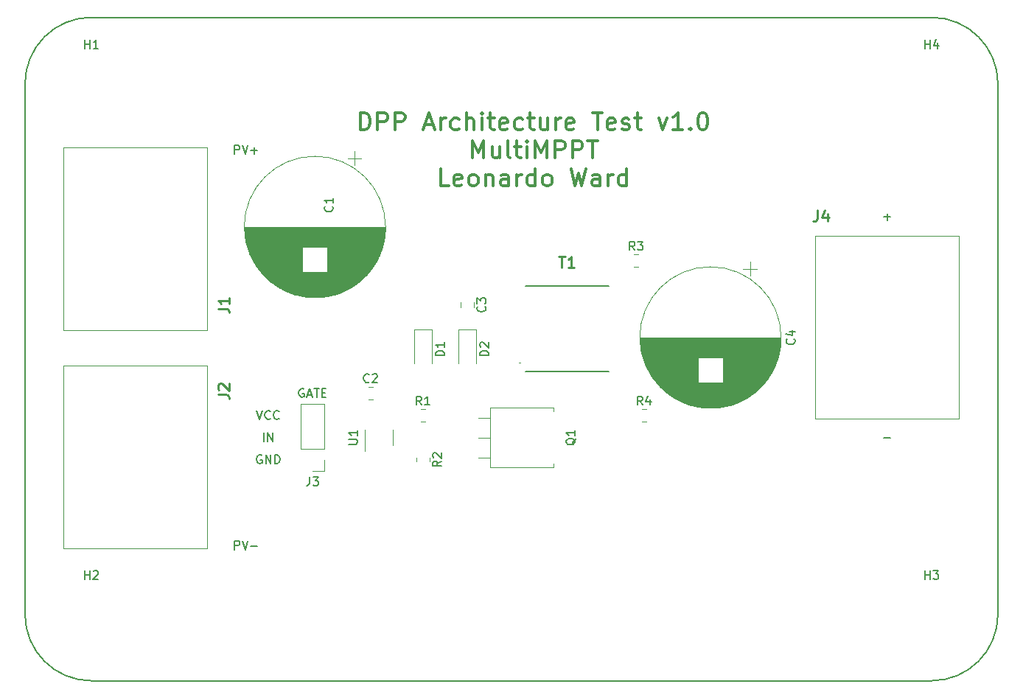
<source format=gbr>
%TF.GenerationSoftware,KiCad,Pcbnew,(6.0.4)*%
%TF.CreationDate,2022-04-30T16:21:15-04:00*%
%TF.ProjectId,dpp-architecture,6470702d-6172-4636-9869-746563747572,1.0*%
%TF.SameCoordinates,Original*%
%TF.FileFunction,Legend,Top*%
%TF.FilePolarity,Positive*%
%FSLAX46Y46*%
G04 Gerber Fmt 4.6, Leading zero omitted, Abs format (unit mm)*
G04 Created by KiCad (PCBNEW (6.0.4)) date 2022-04-30 16:21:15*
%MOMM*%
%LPD*%
G01*
G04 APERTURE LIST*
%TA.AperFunction,Profile*%
%ADD10C,0.150000*%
%TD*%
%ADD11C,0.150000*%
%ADD12C,0.300000*%
%ADD13C,0.254000*%
%ADD14C,0.100000*%
%ADD15C,0.120000*%
%ADD16C,0.200000*%
G04 APERTURE END LIST*
D10*
X205740000Y-58420000D02*
X109220000Y-58420000D01*
X205740000Y-134620000D02*
G75*
G03*
X213360000Y-127000000I0J7620000D01*
G01*
X109220000Y-58420000D02*
G75*
G03*
X101600000Y-66040000I0J-7620000D01*
G01*
X213360000Y-66040000D02*
G75*
G03*
X205740000Y-58420000I-7620000J0D01*
G01*
X101600000Y-127000000D02*
G75*
G03*
X109220000Y-134620000I7620000J0D01*
G01*
X101600000Y-66040000D02*
X101600000Y-127000000D01*
X109220000Y-134620000D02*
X205740000Y-134620000D01*
X213360000Y-66040000D02*
X213360000Y-127000000D01*
D11*
X133620000Y-101100000D02*
X133524761Y-101052380D01*
X133381904Y-101052380D01*
X133239047Y-101100000D01*
X133143809Y-101195238D01*
X133096190Y-101290476D01*
X133048571Y-101480952D01*
X133048571Y-101623809D01*
X133096190Y-101814285D01*
X133143809Y-101909523D01*
X133239047Y-102004761D01*
X133381904Y-102052380D01*
X133477142Y-102052380D01*
X133620000Y-102004761D01*
X133667619Y-101957142D01*
X133667619Y-101623809D01*
X133477142Y-101623809D01*
X134048571Y-101766666D02*
X134524761Y-101766666D01*
X133953333Y-102052380D02*
X134286666Y-101052380D01*
X134620000Y-102052380D01*
X134810476Y-101052380D02*
X135381904Y-101052380D01*
X135096190Y-102052380D02*
X135096190Y-101052380D01*
X135715238Y-101528571D02*
X136048571Y-101528571D01*
X136191428Y-102052380D02*
X135715238Y-102052380D01*
X135715238Y-101052380D01*
X136191428Y-101052380D01*
X200279047Y-81351428D02*
X201040952Y-81351428D01*
X200660000Y-81732380D02*
X200660000Y-80970476D01*
X200279047Y-106751428D02*
X201040952Y-106751428D01*
X125690476Y-119552380D02*
X125690476Y-118552380D01*
X126071428Y-118552380D01*
X126166666Y-118600000D01*
X126214285Y-118647619D01*
X126261904Y-118742857D01*
X126261904Y-118885714D01*
X126214285Y-118980952D01*
X126166666Y-119028571D01*
X126071428Y-119076190D01*
X125690476Y-119076190D01*
X126547619Y-118552380D02*
X126880952Y-119552380D01*
X127214285Y-118552380D01*
X127547619Y-119171428D02*
X128309523Y-119171428D01*
X125690476Y-74112380D02*
X125690476Y-73112380D01*
X126071428Y-73112380D01*
X126166666Y-73160000D01*
X126214285Y-73207619D01*
X126261904Y-73302857D01*
X126261904Y-73445714D01*
X126214285Y-73540952D01*
X126166666Y-73588571D01*
X126071428Y-73636190D01*
X125690476Y-73636190D01*
X126547619Y-73112380D02*
X126880952Y-74112380D01*
X127214285Y-73112380D01*
X127547619Y-73731428D02*
X128309523Y-73731428D01*
X127928571Y-74112380D02*
X127928571Y-73350476D01*
X128778095Y-108720000D02*
X128682857Y-108672380D01*
X128540000Y-108672380D01*
X128397142Y-108720000D01*
X128301904Y-108815238D01*
X128254285Y-108910476D01*
X128206666Y-109100952D01*
X128206666Y-109243809D01*
X128254285Y-109434285D01*
X128301904Y-109529523D01*
X128397142Y-109624761D01*
X128540000Y-109672380D01*
X128635238Y-109672380D01*
X128778095Y-109624761D01*
X128825714Y-109577142D01*
X128825714Y-109243809D01*
X128635238Y-109243809D01*
X129254285Y-109672380D02*
X129254285Y-108672380D01*
X129825714Y-109672380D01*
X129825714Y-108672380D01*
X130301904Y-109672380D02*
X130301904Y-108672380D01*
X130540000Y-108672380D01*
X130682857Y-108720000D01*
X130778095Y-108815238D01*
X130825714Y-108910476D01*
X130873333Y-109100952D01*
X130873333Y-109243809D01*
X130825714Y-109434285D01*
X130778095Y-109529523D01*
X130682857Y-109624761D01*
X130540000Y-109672380D01*
X130301904Y-109672380D01*
X129016190Y-107132380D02*
X129016190Y-106132380D01*
X129492380Y-107132380D02*
X129492380Y-106132380D01*
X130063809Y-107132380D01*
X130063809Y-106132380D01*
X128206666Y-103592380D02*
X128540000Y-104592380D01*
X128873333Y-103592380D01*
X129778095Y-104497142D02*
X129730476Y-104544761D01*
X129587619Y-104592380D01*
X129492380Y-104592380D01*
X129349523Y-104544761D01*
X129254285Y-104449523D01*
X129206666Y-104354285D01*
X129159047Y-104163809D01*
X129159047Y-104020952D01*
X129206666Y-103830476D01*
X129254285Y-103735238D01*
X129349523Y-103640000D01*
X129492380Y-103592380D01*
X129587619Y-103592380D01*
X129730476Y-103640000D01*
X129778095Y-103687619D01*
X130778095Y-104497142D02*
X130730476Y-104544761D01*
X130587619Y-104592380D01*
X130492380Y-104592380D01*
X130349523Y-104544761D01*
X130254285Y-104449523D01*
X130206666Y-104354285D01*
X130159047Y-104163809D01*
X130159047Y-104020952D01*
X130206666Y-103830476D01*
X130254285Y-103735238D01*
X130349523Y-103640000D01*
X130492380Y-103592380D01*
X130587619Y-103592380D01*
X130730476Y-103640000D01*
X130778095Y-103687619D01*
D12*
X140115238Y-71344761D02*
X140115238Y-69344761D01*
X140591428Y-69344761D01*
X140877142Y-69440000D01*
X141067619Y-69630476D01*
X141162857Y-69820952D01*
X141258095Y-70201904D01*
X141258095Y-70487619D01*
X141162857Y-70868571D01*
X141067619Y-71059047D01*
X140877142Y-71249523D01*
X140591428Y-71344761D01*
X140115238Y-71344761D01*
X142115238Y-71344761D02*
X142115238Y-69344761D01*
X142877142Y-69344761D01*
X143067619Y-69440000D01*
X143162857Y-69535238D01*
X143258095Y-69725714D01*
X143258095Y-70011428D01*
X143162857Y-70201904D01*
X143067619Y-70297142D01*
X142877142Y-70392380D01*
X142115238Y-70392380D01*
X144115238Y-71344761D02*
X144115238Y-69344761D01*
X144877142Y-69344761D01*
X145067619Y-69440000D01*
X145162857Y-69535238D01*
X145258095Y-69725714D01*
X145258095Y-70011428D01*
X145162857Y-70201904D01*
X145067619Y-70297142D01*
X144877142Y-70392380D01*
X144115238Y-70392380D01*
X147543809Y-70773333D02*
X148496190Y-70773333D01*
X147353333Y-71344761D02*
X148020000Y-69344761D01*
X148686666Y-71344761D01*
X149353333Y-71344761D02*
X149353333Y-70011428D01*
X149353333Y-70392380D02*
X149448571Y-70201904D01*
X149543809Y-70106666D01*
X149734285Y-70011428D01*
X149924761Y-70011428D01*
X151448571Y-71249523D02*
X151258095Y-71344761D01*
X150877142Y-71344761D01*
X150686666Y-71249523D01*
X150591428Y-71154285D01*
X150496190Y-70963809D01*
X150496190Y-70392380D01*
X150591428Y-70201904D01*
X150686666Y-70106666D01*
X150877142Y-70011428D01*
X151258095Y-70011428D01*
X151448571Y-70106666D01*
X152305714Y-71344761D02*
X152305714Y-69344761D01*
X153162857Y-71344761D02*
X153162857Y-70297142D01*
X153067619Y-70106666D01*
X152877142Y-70011428D01*
X152591428Y-70011428D01*
X152400952Y-70106666D01*
X152305714Y-70201904D01*
X154115238Y-71344761D02*
X154115238Y-70011428D01*
X154115238Y-69344761D02*
X154020000Y-69440000D01*
X154115238Y-69535238D01*
X154210476Y-69440000D01*
X154115238Y-69344761D01*
X154115238Y-69535238D01*
X154781904Y-70011428D02*
X155543809Y-70011428D01*
X155067619Y-69344761D02*
X155067619Y-71059047D01*
X155162857Y-71249523D01*
X155353333Y-71344761D01*
X155543809Y-71344761D01*
X156972380Y-71249523D02*
X156781904Y-71344761D01*
X156400952Y-71344761D01*
X156210476Y-71249523D01*
X156115238Y-71059047D01*
X156115238Y-70297142D01*
X156210476Y-70106666D01*
X156400952Y-70011428D01*
X156781904Y-70011428D01*
X156972380Y-70106666D01*
X157067619Y-70297142D01*
X157067619Y-70487619D01*
X156115238Y-70678095D01*
X158781904Y-71249523D02*
X158591428Y-71344761D01*
X158210476Y-71344761D01*
X158020000Y-71249523D01*
X157924761Y-71154285D01*
X157829523Y-70963809D01*
X157829523Y-70392380D01*
X157924761Y-70201904D01*
X158020000Y-70106666D01*
X158210476Y-70011428D01*
X158591428Y-70011428D01*
X158781904Y-70106666D01*
X159353333Y-70011428D02*
X160115238Y-70011428D01*
X159639047Y-69344761D02*
X159639047Y-71059047D01*
X159734285Y-71249523D01*
X159924761Y-71344761D01*
X160115238Y-71344761D01*
X161639047Y-70011428D02*
X161639047Y-71344761D01*
X160781904Y-70011428D02*
X160781904Y-71059047D01*
X160877142Y-71249523D01*
X161067619Y-71344761D01*
X161353333Y-71344761D01*
X161543809Y-71249523D01*
X161639047Y-71154285D01*
X162591428Y-71344761D02*
X162591428Y-70011428D01*
X162591428Y-70392380D02*
X162686666Y-70201904D01*
X162781904Y-70106666D01*
X162972380Y-70011428D01*
X163162857Y-70011428D01*
X164591428Y-71249523D02*
X164400952Y-71344761D01*
X164020000Y-71344761D01*
X163829523Y-71249523D01*
X163734285Y-71059047D01*
X163734285Y-70297142D01*
X163829523Y-70106666D01*
X164020000Y-70011428D01*
X164400952Y-70011428D01*
X164591428Y-70106666D01*
X164686666Y-70297142D01*
X164686666Y-70487619D01*
X163734285Y-70678095D01*
X166781904Y-69344761D02*
X167924761Y-69344761D01*
X167353333Y-71344761D02*
X167353333Y-69344761D01*
X169353333Y-71249523D02*
X169162857Y-71344761D01*
X168781904Y-71344761D01*
X168591428Y-71249523D01*
X168496190Y-71059047D01*
X168496190Y-70297142D01*
X168591428Y-70106666D01*
X168781904Y-70011428D01*
X169162857Y-70011428D01*
X169353333Y-70106666D01*
X169448571Y-70297142D01*
X169448571Y-70487619D01*
X168496190Y-70678095D01*
X170210476Y-71249523D02*
X170400952Y-71344761D01*
X170781904Y-71344761D01*
X170972380Y-71249523D01*
X171067619Y-71059047D01*
X171067619Y-70963809D01*
X170972380Y-70773333D01*
X170781904Y-70678095D01*
X170496190Y-70678095D01*
X170305714Y-70582857D01*
X170210476Y-70392380D01*
X170210476Y-70297142D01*
X170305714Y-70106666D01*
X170496190Y-70011428D01*
X170781904Y-70011428D01*
X170972380Y-70106666D01*
X171639047Y-70011428D02*
X172400952Y-70011428D01*
X171924761Y-69344761D02*
X171924761Y-71059047D01*
X172019999Y-71249523D01*
X172210476Y-71344761D01*
X172400952Y-71344761D01*
X174400952Y-70011428D02*
X174877142Y-71344761D01*
X175353333Y-70011428D01*
X177162857Y-71344761D02*
X176019999Y-71344761D01*
X176591428Y-71344761D02*
X176591428Y-69344761D01*
X176400952Y-69630476D01*
X176210476Y-69820952D01*
X176019999Y-69916190D01*
X178019999Y-71154285D02*
X178115238Y-71249523D01*
X178019999Y-71344761D01*
X177924761Y-71249523D01*
X178019999Y-71154285D01*
X178019999Y-71344761D01*
X179353333Y-69344761D02*
X179543809Y-69344761D01*
X179734285Y-69440000D01*
X179829523Y-69535238D01*
X179924761Y-69725714D01*
X180019999Y-70106666D01*
X180019999Y-70582857D01*
X179924761Y-70963809D01*
X179829523Y-71154285D01*
X179734285Y-71249523D01*
X179543809Y-71344761D01*
X179353333Y-71344761D01*
X179162857Y-71249523D01*
X179067619Y-71154285D01*
X178972380Y-70963809D01*
X178877142Y-70582857D01*
X178877142Y-70106666D01*
X178972380Y-69725714D01*
X179067619Y-69535238D01*
X179162857Y-69440000D01*
X179353333Y-69344761D01*
X152972380Y-74564761D02*
X152972380Y-72564761D01*
X153639047Y-73993333D01*
X154305714Y-72564761D01*
X154305714Y-74564761D01*
X156115238Y-73231428D02*
X156115238Y-74564761D01*
X155258095Y-73231428D02*
X155258095Y-74279047D01*
X155353333Y-74469523D01*
X155543809Y-74564761D01*
X155829523Y-74564761D01*
X156020000Y-74469523D01*
X156115238Y-74374285D01*
X157353333Y-74564761D02*
X157162857Y-74469523D01*
X157067619Y-74279047D01*
X157067619Y-72564761D01*
X157829523Y-73231428D02*
X158591428Y-73231428D01*
X158115238Y-72564761D02*
X158115238Y-74279047D01*
X158210476Y-74469523D01*
X158400952Y-74564761D01*
X158591428Y-74564761D01*
X159258095Y-74564761D02*
X159258095Y-73231428D01*
X159258095Y-72564761D02*
X159162857Y-72660000D01*
X159258095Y-72755238D01*
X159353333Y-72660000D01*
X159258095Y-72564761D01*
X159258095Y-72755238D01*
X160210476Y-74564761D02*
X160210476Y-72564761D01*
X160877142Y-73993333D01*
X161543809Y-72564761D01*
X161543809Y-74564761D01*
X162496190Y-74564761D02*
X162496190Y-72564761D01*
X163258095Y-72564761D01*
X163448571Y-72660000D01*
X163543809Y-72755238D01*
X163639047Y-72945714D01*
X163639047Y-73231428D01*
X163543809Y-73421904D01*
X163448571Y-73517142D01*
X163258095Y-73612380D01*
X162496190Y-73612380D01*
X164496190Y-74564761D02*
X164496190Y-72564761D01*
X165258095Y-72564761D01*
X165448571Y-72660000D01*
X165543809Y-72755238D01*
X165639047Y-72945714D01*
X165639047Y-73231428D01*
X165543809Y-73421904D01*
X165448571Y-73517142D01*
X165258095Y-73612380D01*
X164496190Y-73612380D01*
X166210476Y-72564761D02*
X167353333Y-72564761D01*
X166781904Y-74564761D02*
X166781904Y-72564761D01*
X150305714Y-77784761D02*
X149353333Y-77784761D01*
X149353333Y-75784761D01*
X151734285Y-77689523D02*
X151543809Y-77784761D01*
X151162857Y-77784761D01*
X150972380Y-77689523D01*
X150877142Y-77499047D01*
X150877142Y-76737142D01*
X150972380Y-76546666D01*
X151162857Y-76451428D01*
X151543809Y-76451428D01*
X151734285Y-76546666D01*
X151829523Y-76737142D01*
X151829523Y-76927619D01*
X150877142Y-77118095D01*
X152972380Y-77784761D02*
X152781904Y-77689523D01*
X152686666Y-77594285D01*
X152591428Y-77403809D01*
X152591428Y-76832380D01*
X152686666Y-76641904D01*
X152781904Y-76546666D01*
X152972380Y-76451428D01*
X153258095Y-76451428D01*
X153448571Y-76546666D01*
X153543809Y-76641904D01*
X153639047Y-76832380D01*
X153639047Y-77403809D01*
X153543809Y-77594285D01*
X153448571Y-77689523D01*
X153258095Y-77784761D01*
X152972380Y-77784761D01*
X154496190Y-76451428D02*
X154496190Y-77784761D01*
X154496190Y-76641904D02*
X154591428Y-76546666D01*
X154781904Y-76451428D01*
X155067619Y-76451428D01*
X155258095Y-76546666D01*
X155353333Y-76737142D01*
X155353333Y-77784761D01*
X157162857Y-77784761D02*
X157162857Y-76737142D01*
X157067619Y-76546666D01*
X156877142Y-76451428D01*
X156496190Y-76451428D01*
X156305714Y-76546666D01*
X157162857Y-77689523D02*
X156972380Y-77784761D01*
X156496190Y-77784761D01*
X156305714Y-77689523D01*
X156210476Y-77499047D01*
X156210476Y-77308571D01*
X156305714Y-77118095D01*
X156496190Y-77022857D01*
X156972380Y-77022857D01*
X157162857Y-76927619D01*
X158115238Y-77784761D02*
X158115238Y-76451428D01*
X158115238Y-76832380D02*
X158210476Y-76641904D01*
X158305714Y-76546666D01*
X158496190Y-76451428D01*
X158686666Y-76451428D01*
X160210476Y-77784761D02*
X160210476Y-75784761D01*
X160210476Y-77689523D02*
X160020000Y-77784761D01*
X159639047Y-77784761D01*
X159448571Y-77689523D01*
X159353333Y-77594285D01*
X159258095Y-77403809D01*
X159258095Y-76832380D01*
X159353333Y-76641904D01*
X159448571Y-76546666D01*
X159639047Y-76451428D01*
X160020000Y-76451428D01*
X160210476Y-76546666D01*
X161448571Y-77784761D02*
X161258095Y-77689523D01*
X161162857Y-77594285D01*
X161067619Y-77403809D01*
X161067619Y-76832380D01*
X161162857Y-76641904D01*
X161258095Y-76546666D01*
X161448571Y-76451428D01*
X161734285Y-76451428D01*
X161924761Y-76546666D01*
X162020000Y-76641904D01*
X162115238Y-76832380D01*
X162115238Y-77403809D01*
X162020000Y-77594285D01*
X161924761Y-77689523D01*
X161734285Y-77784761D01*
X161448571Y-77784761D01*
X164305714Y-75784761D02*
X164781904Y-77784761D01*
X165162857Y-76356190D01*
X165543809Y-77784761D01*
X166020000Y-75784761D01*
X167639047Y-77784761D02*
X167639047Y-76737142D01*
X167543809Y-76546666D01*
X167353333Y-76451428D01*
X166972380Y-76451428D01*
X166781904Y-76546666D01*
X167639047Y-77689523D02*
X167448571Y-77784761D01*
X166972380Y-77784761D01*
X166781904Y-77689523D01*
X166686666Y-77499047D01*
X166686666Y-77308571D01*
X166781904Y-77118095D01*
X166972380Y-77022857D01*
X167448571Y-77022857D01*
X167639047Y-76927619D01*
X168591428Y-77784761D02*
X168591428Y-76451428D01*
X168591428Y-76832380D02*
X168686666Y-76641904D01*
X168781904Y-76546666D01*
X168972380Y-76451428D01*
X169162857Y-76451428D01*
X170686666Y-77784761D02*
X170686666Y-75784761D01*
X170686666Y-77689523D02*
X170496190Y-77784761D01*
X170115238Y-77784761D01*
X169924761Y-77689523D01*
X169829523Y-77594285D01*
X169734285Y-77403809D01*
X169734285Y-76832380D01*
X169829523Y-76641904D01*
X169924761Y-76546666D01*
X170115238Y-76451428D01*
X170496190Y-76451428D01*
X170686666Y-76546666D01*
D13*
%TO.C,J1*%
X123764523Y-91863333D02*
X124671666Y-91863333D01*
X124853095Y-91923809D01*
X124974047Y-92044761D01*
X125034523Y-92226190D01*
X125034523Y-92347142D01*
X125034523Y-90593333D02*
X125034523Y-91319047D01*
X125034523Y-90956190D02*
X123764523Y-90956190D01*
X123945952Y-91077142D01*
X124066904Y-91198095D01*
X124127380Y-91319047D01*
%TO.C,J4*%
X192616666Y-80584523D02*
X192616666Y-81491666D01*
X192556190Y-81673095D01*
X192435238Y-81794047D01*
X192253809Y-81854523D01*
X192132857Y-81854523D01*
X193765714Y-81007857D02*
X193765714Y-81854523D01*
X193463333Y-80524047D02*
X193160952Y-81431190D01*
X193947142Y-81431190D01*
%TO.C,J2*%
X123764523Y-101743333D02*
X124671666Y-101743333D01*
X124853095Y-101803809D01*
X124974047Y-101924761D01*
X125034523Y-102106190D01*
X125034523Y-102227142D01*
X123885476Y-101199047D02*
X123825000Y-101138571D01*
X123764523Y-101017619D01*
X123764523Y-100715238D01*
X123825000Y-100594285D01*
X123885476Y-100533809D01*
X124006428Y-100473333D01*
X124127380Y-100473333D01*
X124308809Y-100533809D01*
X125034523Y-101259523D01*
X125034523Y-100473333D01*
D11*
%TO.C,J3*%
X134286666Y-111212380D02*
X134286666Y-111926666D01*
X134239047Y-112069523D01*
X134143809Y-112164761D01*
X134000952Y-112212380D01*
X133905714Y-112212380D01*
X134667619Y-111212380D02*
X135286666Y-111212380D01*
X134953333Y-111593333D01*
X135096190Y-111593333D01*
X135191428Y-111640952D01*
X135239047Y-111688571D01*
X135286666Y-111783809D01*
X135286666Y-112021904D01*
X135239047Y-112117142D01*
X135191428Y-112164761D01*
X135096190Y-112212380D01*
X134810476Y-112212380D01*
X134715238Y-112164761D01*
X134667619Y-112117142D01*
%TO.C,R3*%
X171640833Y-85162380D02*
X171307500Y-84686190D01*
X171069404Y-85162380D02*
X171069404Y-84162380D01*
X171450357Y-84162380D01*
X171545595Y-84210000D01*
X171593214Y-84257619D01*
X171640833Y-84352857D01*
X171640833Y-84495714D01*
X171593214Y-84590952D01*
X171545595Y-84638571D01*
X171450357Y-84686190D01*
X171069404Y-84686190D01*
X171974166Y-84162380D02*
X172593214Y-84162380D01*
X172259880Y-84543333D01*
X172402738Y-84543333D01*
X172497976Y-84590952D01*
X172545595Y-84638571D01*
X172593214Y-84733809D01*
X172593214Y-84971904D01*
X172545595Y-85067142D01*
X172497976Y-85114761D01*
X172402738Y-85162380D01*
X172117023Y-85162380D01*
X172021785Y-85114761D01*
X171974166Y-85067142D01*
%TO.C,C1*%
X136887142Y-80116666D02*
X136934761Y-80164285D01*
X136982380Y-80307142D01*
X136982380Y-80402380D01*
X136934761Y-80545238D01*
X136839523Y-80640476D01*
X136744285Y-80688095D01*
X136553809Y-80735714D01*
X136410952Y-80735714D01*
X136220476Y-80688095D01*
X136125238Y-80640476D01*
X136030000Y-80545238D01*
X135982380Y-80402380D01*
X135982380Y-80307142D01*
X136030000Y-80164285D01*
X136077619Y-80116666D01*
X136982380Y-79164285D02*
X136982380Y-79735714D01*
X136982380Y-79450000D02*
X135982380Y-79450000D01*
X136125238Y-79545238D01*
X136220476Y-79640476D01*
X136268095Y-79735714D01*
D13*
%TO.C,T1*%
X162902889Y-85869523D02*
X163628604Y-85869523D01*
X163265747Y-87139523D02*
X163265747Y-85869523D01*
X164717175Y-87139523D02*
X163991461Y-87139523D01*
X164354318Y-87139523D02*
X164354318Y-85869523D01*
X164233366Y-86050952D01*
X164112413Y-86171904D01*
X163991461Y-86232380D01*
D11*
%TO.C,R2*%
X149422380Y-109386666D02*
X148946190Y-109720000D01*
X149422380Y-109958095D02*
X148422380Y-109958095D01*
X148422380Y-109577142D01*
X148470000Y-109481904D01*
X148517619Y-109434285D01*
X148612857Y-109386666D01*
X148755714Y-109386666D01*
X148850952Y-109434285D01*
X148898571Y-109481904D01*
X148946190Y-109577142D01*
X148946190Y-109958095D01*
X148517619Y-109005714D02*
X148470000Y-108958095D01*
X148422380Y-108862857D01*
X148422380Y-108624761D01*
X148470000Y-108529523D01*
X148517619Y-108481904D01*
X148612857Y-108434285D01*
X148708095Y-108434285D01*
X148850952Y-108481904D01*
X149422380Y-109053333D01*
X149422380Y-108434285D01*
%TO.C,D1*%
X149772380Y-97258095D02*
X148772380Y-97258095D01*
X148772380Y-97020000D01*
X148820000Y-96877142D01*
X148915238Y-96781904D01*
X149010476Y-96734285D01*
X149200952Y-96686666D01*
X149343809Y-96686666D01*
X149534285Y-96734285D01*
X149629523Y-96781904D01*
X149724761Y-96877142D01*
X149772380Y-97020000D01*
X149772380Y-97258095D01*
X149772380Y-95734285D02*
X149772380Y-96305714D01*
X149772380Y-96020000D02*
X148772380Y-96020000D01*
X148915238Y-96115238D01*
X149010476Y-96210476D01*
X149058095Y-96305714D01*
%TO.C,H3*%
X204978095Y-122952380D02*
X204978095Y-121952380D01*
X204978095Y-122428571D02*
X205549523Y-122428571D01*
X205549523Y-122952380D02*
X205549523Y-121952380D01*
X205930476Y-121952380D02*
X206549523Y-121952380D01*
X206216190Y-122333333D01*
X206359047Y-122333333D01*
X206454285Y-122380952D01*
X206501904Y-122428571D01*
X206549523Y-122523809D01*
X206549523Y-122761904D01*
X206501904Y-122857142D01*
X206454285Y-122904761D01*
X206359047Y-122952380D01*
X206073333Y-122952380D01*
X205978095Y-122904761D01*
X205930476Y-122857142D01*
%TO.C,R1*%
X147153333Y-102942380D02*
X146820000Y-102466190D01*
X146581904Y-102942380D02*
X146581904Y-101942380D01*
X146962857Y-101942380D01*
X147058095Y-101990000D01*
X147105714Y-102037619D01*
X147153333Y-102132857D01*
X147153333Y-102275714D01*
X147105714Y-102370952D01*
X147058095Y-102418571D01*
X146962857Y-102466190D01*
X146581904Y-102466190D01*
X148105714Y-102942380D02*
X147534285Y-102942380D01*
X147820000Y-102942380D02*
X147820000Y-101942380D01*
X147724761Y-102085238D01*
X147629523Y-102180476D01*
X147534285Y-102228095D01*
%TO.C,R4*%
X172553333Y-102942380D02*
X172220000Y-102466190D01*
X171981904Y-102942380D02*
X171981904Y-101942380D01*
X172362857Y-101942380D01*
X172458095Y-101990000D01*
X172505714Y-102037619D01*
X172553333Y-102132857D01*
X172553333Y-102275714D01*
X172505714Y-102370952D01*
X172458095Y-102418571D01*
X172362857Y-102466190D01*
X171981904Y-102466190D01*
X173410476Y-102275714D02*
X173410476Y-102942380D01*
X173172380Y-101894761D02*
X172934285Y-102609047D01*
X173553333Y-102609047D01*
%TO.C,Q1*%
X164865952Y-106775238D02*
X164818333Y-106870476D01*
X164723094Y-106965714D01*
X164580237Y-107108571D01*
X164532618Y-107203809D01*
X164532618Y-107299047D01*
X164770713Y-107251428D02*
X164723094Y-107346666D01*
X164627856Y-107441904D01*
X164437380Y-107489523D01*
X164104047Y-107489523D01*
X163913571Y-107441904D01*
X163818333Y-107346666D01*
X163770713Y-107251428D01*
X163770713Y-107060952D01*
X163818333Y-106965714D01*
X163913571Y-106870476D01*
X164104047Y-106822857D01*
X164437380Y-106822857D01*
X164627856Y-106870476D01*
X164723094Y-106965714D01*
X164770713Y-107060952D01*
X164770713Y-107251428D01*
X164770713Y-105870476D02*
X164770713Y-106441904D01*
X164770713Y-106156190D02*
X163770713Y-106156190D01*
X163913571Y-106251428D01*
X164008809Y-106346666D01*
X164056428Y-106441904D01*
%TO.C,C4*%
X189947142Y-95356666D02*
X189994761Y-95404285D01*
X190042380Y-95547142D01*
X190042380Y-95642380D01*
X189994761Y-95785238D01*
X189899523Y-95880476D01*
X189804285Y-95928095D01*
X189613809Y-95975714D01*
X189470952Y-95975714D01*
X189280476Y-95928095D01*
X189185238Y-95880476D01*
X189090000Y-95785238D01*
X189042380Y-95642380D01*
X189042380Y-95547142D01*
X189090000Y-95404285D01*
X189137619Y-95356666D01*
X189375714Y-94499523D02*
X190042380Y-94499523D01*
X188994761Y-94737619D02*
X189709047Y-94975714D01*
X189709047Y-94356666D01*
%TO.C,H1*%
X108458095Y-61992380D02*
X108458095Y-60992380D01*
X108458095Y-61468571D02*
X109029523Y-61468571D01*
X109029523Y-61992380D02*
X109029523Y-60992380D01*
X110029523Y-61992380D02*
X109458095Y-61992380D01*
X109743809Y-61992380D02*
X109743809Y-60992380D01*
X109648571Y-61135238D01*
X109553333Y-61230476D01*
X109458095Y-61278095D01*
%TO.C,H4*%
X204978095Y-61992380D02*
X204978095Y-60992380D01*
X204978095Y-61468571D02*
X205549523Y-61468571D01*
X205549523Y-61992380D02*
X205549523Y-60992380D01*
X206454285Y-61325714D02*
X206454285Y-61992380D01*
X206216190Y-60944761D02*
X205978095Y-61659047D01*
X206597142Y-61659047D01*
%TO.C,D2*%
X154852380Y-97258095D02*
X153852380Y-97258095D01*
X153852380Y-97020000D01*
X153900000Y-96877142D01*
X153995238Y-96781904D01*
X154090476Y-96734285D01*
X154280952Y-96686666D01*
X154423809Y-96686666D01*
X154614285Y-96734285D01*
X154709523Y-96781904D01*
X154804761Y-96877142D01*
X154852380Y-97020000D01*
X154852380Y-97258095D01*
X153947619Y-96305714D02*
X153900000Y-96258095D01*
X153852380Y-96162857D01*
X153852380Y-95924761D01*
X153900000Y-95829523D01*
X153947619Y-95781904D01*
X154042857Y-95734285D01*
X154138095Y-95734285D01*
X154280952Y-95781904D01*
X154852380Y-96353333D01*
X154852380Y-95734285D01*
%TO.C,U1*%
X138792380Y-107441904D02*
X139601904Y-107441904D01*
X139697142Y-107394285D01*
X139744761Y-107346666D01*
X139792380Y-107251428D01*
X139792380Y-107060952D01*
X139744761Y-106965714D01*
X139697142Y-106918095D01*
X139601904Y-106870476D01*
X138792380Y-106870476D01*
X139792380Y-105870476D02*
X139792380Y-106441904D01*
X139792380Y-106156190D02*
X138792380Y-106156190D01*
X138935238Y-106251428D01*
X139030476Y-106346666D01*
X139078095Y-106441904D01*
%TO.C,C3*%
X154437142Y-91606666D02*
X154484761Y-91654285D01*
X154532380Y-91797142D01*
X154532380Y-91892380D01*
X154484761Y-92035238D01*
X154389523Y-92130476D01*
X154294285Y-92178095D01*
X154103809Y-92225714D01*
X153960952Y-92225714D01*
X153770476Y-92178095D01*
X153675238Y-92130476D01*
X153580000Y-92035238D01*
X153532380Y-91892380D01*
X153532380Y-91797142D01*
X153580000Y-91654285D01*
X153627619Y-91606666D01*
X153532380Y-91273333D02*
X153532380Y-90654285D01*
X153913333Y-90987619D01*
X153913333Y-90844761D01*
X153960952Y-90749523D01*
X154008571Y-90701904D01*
X154103809Y-90654285D01*
X154341904Y-90654285D01*
X154437142Y-90701904D01*
X154484761Y-90749523D01*
X154532380Y-90844761D01*
X154532380Y-91130476D01*
X154484761Y-91225714D01*
X154437142Y-91273333D01*
%TO.C,C2*%
X141123333Y-100277142D02*
X141075714Y-100324761D01*
X140932857Y-100372380D01*
X140837619Y-100372380D01*
X140694761Y-100324761D01*
X140599523Y-100229523D01*
X140551904Y-100134285D01*
X140504285Y-99943809D01*
X140504285Y-99800952D01*
X140551904Y-99610476D01*
X140599523Y-99515238D01*
X140694761Y-99420000D01*
X140837619Y-99372380D01*
X140932857Y-99372380D01*
X141075714Y-99420000D01*
X141123333Y-99467619D01*
X141504285Y-99467619D02*
X141551904Y-99420000D01*
X141647142Y-99372380D01*
X141885238Y-99372380D01*
X141980476Y-99420000D01*
X142028095Y-99467619D01*
X142075714Y-99562857D01*
X142075714Y-99658095D01*
X142028095Y-99800952D01*
X141456666Y-100372380D01*
X142075714Y-100372380D01*
%TO.C,H2*%
X108458095Y-122952380D02*
X108458095Y-121952380D01*
X108458095Y-122428571D02*
X109029523Y-122428571D01*
X109029523Y-122952380D02*
X109029523Y-121952380D01*
X109458095Y-122047619D02*
X109505714Y-122000000D01*
X109600952Y-121952380D01*
X109839047Y-121952380D01*
X109934285Y-122000000D01*
X109981904Y-122047619D01*
X110029523Y-122142857D01*
X110029523Y-122238095D01*
X109981904Y-122380952D01*
X109410476Y-122952380D01*
X110029523Y-122952380D01*
D14*
%TO.C,J1*%
X106050000Y-73320000D02*
X122550000Y-73320000D01*
X106050000Y-94320000D02*
X106050000Y-73320000D01*
X122550000Y-94320000D02*
X106050000Y-94320000D01*
X122550000Y-73320000D02*
X122550000Y-94320000D01*
%TO.C,J4*%
X192410000Y-104480000D02*
X192410000Y-83480000D01*
X192410000Y-83480000D02*
X208910000Y-83480000D01*
X208910000Y-83480000D02*
X208910000Y-104480000D01*
X208910000Y-104480000D02*
X192410000Y-104480000D01*
%TO.C,J2*%
X122550000Y-98440000D02*
X122550000Y-119440000D01*
X122550000Y-119440000D02*
X106050000Y-119440000D01*
X106050000Y-98440000D02*
X122550000Y-98440000D01*
X106050000Y-119440000D02*
X106050000Y-98440000D01*
D15*
%TO.C,J3*%
X133290000Y-107950000D02*
X133290000Y-102810000D01*
X135950000Y-110550000D02*
X134620000Y-110550000D01*
X135950000Y-109220000D02*
X135950000Y-110550000D01*
X135950000Y-102810000D02*
X133290000Y-102810000D01*
X135950000Y-107950000D02*
X133290000Y-107950000D01*
X135950000Y-107950000D02*
X135950000Y-102810000D01*
%TO.C,R3*%
X171580436Y-87095000D02*
X172034564Y-87095000D01*
X171580436Y-85625000D02*
X172034564Y-85625000D01*
%TO.C,C1*%
X142539000Y-85131000D02*
X136340000Y-85131000D01*
X142796000Y-84211000D02*
X127004000Y-84211000D01*
X133460000Y-85411000D02*
X127363000Y-85411000D01*
X139455000Y-73800509D02*
X139455000Y-75400509D01*
X142406000Y-85491000D02*
X136340000Y-85491000D01*
X142580000Y-85011000D02*
X136340000Y-85011000D01*
X140995000Y-87811000D02*
X128805000Y-87811000D01*
X133460000Y-84971000D02*
X127207000Y-84971000D01*
X142961000Y-83050000D02*
X126839000Y-83050000D01*
X142924000Y-83451000D02*
X126876000Y-83451000D01*
X142511000Y-85211000D02*
X136340000Y-85211000D01*
X142099000Y-86171000D02*
X136340000Y-86171000D01*
X138113000Y-89931000D02*
X131687000Y-89931000D01*
X142453000Y-85371000D02*
X136340000Y-85371000D01*
X133460000Y-84891000D02*
X127182000Y-84891000D01*
X133460000Y-86731000D02*
X128014000Y-86731000D01*
X142919000Y-83491000D02*
X126881000Y-83491000D01*
X142730000Y-84491000D02*
X127070000Y-84491000D01*
X142978000Y-82690000D02*
X126822000Y-82690000D01*
X141858000Y-86611000D02*
X136340000Y-86611000D01*
X142710000Y-84571000D02*
X127090000Y-84571000D01*
X133460000Y-87411000D02*
X128480000Y-87411000D01*
X133460000Y-86771000D02*
X128039000Y-86771000D01*
X141994000Y-86371000D02*
X136340000Y-86371000D01*
X140663000Y-88171000D02*
X129137000Y-88171000D01*
X141685000Y-86891000D02*
X136340000Y-86891000D01*
X133460000Y-84811000D02*
X127158000Y-84811000D01*
X133460000Y-87451000D02*
X128510000Y-87451000D01*
X139534000Y-89131000D02*
X130266000Y-89131000D01*
X133460000Y-86491000D02*
X127873000Y-86491000D01*
X142688000Y-84651000D02*
X127112000Y-84651000D01*
X133460000Y-84851000D02*
X127170000Y-84851000D01*
X142618000Y-84891000D02*
X136340000Y-84891000D01*
X142630000Y-84851000D02*
X136340000Y-84851000D01*
X141972000Y-86411000D02*
X136340000Y-86411000D01*
X140960000Y-87851000D02*
X128840000Y-87851000D01*
X133460000Y-86571000D02*
X127919000Y-86571000D01*
X142271000Y-85811000D02*
X136340000Y-85811000D01*
X142357000Y-85611000D02*
X136340000Y-85611000D01*
X141227000Y-87531000D02*
X136340000Y-87531000D01*
X141320000Y-87411000D02*
X136340000Y-87411000D01*
X133460000Y-86691000D02*
X127990000Y-86691000D01*
X142323000Y-85691000D02*
X136340000Y-85691000D01*
X140375000Y-88451000D02*
X129425000Y-88451000D01*
X137497000Y-90171000D02*
X132303000Y-90171000D01*
X133460000Y-85451000D02*
X127378000Y-85451000D01*
X142977000Y-82730000D02*
X126823000Y-82730000D01*
X142866000Y-83851000D02*
X126934000Y-83851000D01*
X133460000Y-85571000D02*
X127426000Y-85571000D01*
X139236000Y-89331000D02*
X130564000Y-89331000D01*
X142958000Y-83090000D02*
X126842000Y-83090000D01*
X142760000Y-84371000D02*
X127040000Y-84371000D01*
X142720000Y-84531000D02*
X127080000Y-84531000D01*
X140288000Y-88531000D02*
X129512000Y-88531000D01*
X141927000Y-86491000D02*
X136340000Y-86491000D01*
X139419000Y-89211000D02*
X130381000Y-89211000D01*
X142778000Y-84291000D02*
X127022000Y-84291000D01*
X141711000Y-86851000D02*
X136340000Y-86851000D01*
X142642000Y-84811000D02*
X136340000Y-84811000D01*
X142553000Y-85091000D02*
X136340000Y-85091000D01*
X139477000Y-89171000D02*
X130323000Y-89171000D01*
X140104000Y-88691000D02*
X129696000Y-88691000D01*
X140925000Y-87891000D02*
X128875000Y-87891000D01*
X142015000Y-86331000D02*
X136340000Y-86331000D01*
X133460000Y-85731000D02*
X127494000Y-85731000D01*
X133460000Y-85131000D02*
X127261000Y-85131000D01*
X141439000Y-87251000D02*
X136340000Y-87251000D01*
X137924000Y-90011000D02*
X131876000Y-90011000D01*
X142340000Y-85651000D02*
X136340000Y-85651000D01*
X141659000Y-86931000D02*
X136340000Y-86931000D01*
X133460000Y-85531000D02*
X127410000Y-85531000D01*
X142813000Y-84131000D02*
X126987000Y-84131000D01*
X133460000Y-85811000D02*
X127529000Y-85811000D01*
X142654000Y-84771000D02*
X127146000Y-84771000D01*
X140816000Y-88011000D02*
X128984000Y-88011000D01*
X142750000Y-84411000D02*
X127050000Y-84411000D01*
X142914000Y-83531000D02*
X126886000Y-83531000D01*
X142769000Y-84331000D02*
X127031000Y-84331000D01*
X133460000Y-85051000D02*
X127234000Y-85051000D01*
X133460000Y-85651000D02*
X127460000Y-85651000D01*
X142036000Y-86291000D02*
X136340000Y-86291000D01*
X138690000Y-89651000D02*
X131110000Y-89651000D01*
X133460000Y-86371000D02*
X127806000Y-86371000D01*
X142859000Y-83891000D02*
X126941000Y-83891000D01*
X139700000Y-89011000D02*
X130100000Y-89011000D01*
X142872000Y-83811000D02*
X126928000Y-83811000D01*
X139959000Y-88811000D02*
X129841000Y-88811000D01*
X133460000Y-86891000D02*
X128115000Y-86891000D01*
X142949000Y-83211000D02*
X126851000Y-83211000D01*
X141195000Y-87571000D02*
X136340000Y-87571000D01*
X140624000Y-88211000D02*
X129176000Y-88211000D01*
X140502000Y-88331000D02*
X129298000Y-88331000D01*
X133460000Y-85171000D02*
X127275000Y-85171000D01*
X140778000Y-88051000D02*
X129022000Y-88051000D01*
X140889000Y-87931000D02*
X128911000Y-87931000D01*
X142821000Y-84091000D02*
X126979000Y-84091000D01*
X141881000Y-86571000D02*
X136340000Y-86571000D01*
X141834000Y-86651000D02*
X136340000Y-86651000D01*
X139754000Y-88971000D02*
X130046000Y-88971000D01*
X142787000Y-84251000D02*
X127013000Y-84251000D01*
X140543000Y-88291000D02*
X129257000Y-88291000D01*
X141468000Y-87211000D02*
X136340000Y-87211000D01*
X135998000Y-90531000D02*
X133802000Y-90531000D01*
X140460000Y-88371000D02*
X129340000Y-88371000D01*
X142979000Y-82650000D02*
X126821000Y-82650000D01*
X141063000Y-87731000D02*
X128737000Y-87731000D01*
X142119000Y-86131000D02*
X136340000Y-86131000D01*
X140197000Y-88611000D02*
X129603000Y-88611000D01*
X133460000Y-86811000D02*
X128064000Y-86811000D01*
X133460000Y-87051000D02*
X128221000Y-87051000D01*
X133460000Y-85011000D02*
X127220000Y-85011000D01*
X140702000Y-88131000D02*
X129098000Y-88131000D01*
X136251000Y-90491000D02*
X133549000Y-90491000D01*
X133460000Y-86171000D02*
X127701000Y-86171000D01*
X133460000Y-85931000D02*
X127584000Y-85931000D01*
X133460000Y-86331000D02*
X127785000Y-86331000D01*
X142422000Y-85451000D02*
X136340000Y-85451000D01*
X133460000Y-86091000D02*
X127661000Y-86091000D01*
X142974000Y-82810000D02*
X126826000Y-82810000D01*
X142981000Y-82490000D02*
X126819000Y-82490000D01*
X142139000Y-86091000D02*
X136340000Y-86091000D01*
X142933000Y-83371000D02*
X126867000Y-83371000D01*
X141633000Y-86971000D02*
X136340000Y-86971000D01*
X142677000Y-84691000D02*
X127123000Y-84691000D01*
X139359000Y-89251000D02*
X130441000Y-89251000D01*
X133460000Y-87371000D02*
X128450000Y-87371000D01*
X137378000Y-90211000D02*
X132422000Y-90211000D01*
X142879000Y-83771000D02*
X126921000Y-83771000D01*
X140008000Y-88771000D02*
X129792000Y-88771000D01*
X142852000Y-83931000D02*
X126948000Y-83931000D01*
X142390000Y-85531000D02*
X136340000Y-85531000D01*
X141736000Y-86811000D02*
X136340000Y-86811000D01*
X141949000Y-86451000D02*
X136340000Y-86451000D01*
X141130000Y-87651000D02*
X136340000Y-87651000D01*
X133460000Y-85851000D02*
X127547000Y-85851000D01*
X142980000Y-82610000D02*
X126820000Y-82610000D01*
X142078000Y-86211000D02*
X136340000Y-86211000D01*
X133460000Y-84931000D02*
X127195000Y-84931000D01*
X133460000Y-86531000D02*
X127896000Y-86531000D01*
X142057000Y-86251000D02*
X136340000Y-86251000D01*
X142197000Y-85971000D02*
X136340000Y-85971000D01*
X139591000Y-89091000D02*
X130209000Y-89091000D01*
X133460000Y-87611000D02*
X128637000Y-87611000D01*
X140852000Y-87971000D02*
X128948000Y-87971000D01*
X133460000Y-86411000D02*
X127828000Y-86411000D01*
X142941000Y-83291000D02*
X126859000Y-83291000D01*
X140332000Y-88491000D02*
X129468000Y-88491000D01*
X141786000Y-86731000D02*
X136340000Y-86731000D01*
X138375000Y-89811000D02*
X131425000Y-89811000D01*
X142971000Y-82890000D02*
X126829000Y-82890000D01*
X133460000Y-86011000D02*
X127622000Y-86011000D01*
X138203000Y-89891000D02*
X131597000Y-89891000D01*
X142253000Y-85851000D02*
X136340000Y-85851000D01*
X142964000Y-83010000D02*
X126836000Y-83010000D01*
X142805000Y-84171000D02*
X126995000Y-84171000D01*
X133460000Y-87011000D02*
X128194000Y-87011000D01*
X133460000Y-86611000D02*
X127942000Y-86611000D01*
X140243000Y-88571000D02*
X129557000Y-88571000D01*
X139858000Y-88891000D02*
X129942000Y-88891000D01*
X142593000Y-84971000D02*
X136340000Y-84971000D01*
X140255000Y-74600509D02*
X138655000Y-74600509D01*
X133460000Y-85611000D02*
X127443000Y-85611000D01*
X142665000Y-84731000D02*
X127135000Y-84731000D01*
X133460000Y-85971000D02*
X127603000Y-85971000D01*
X133460000Y-85091000D02*
X127247000Y-85091000D01*
X140584000Y-88251000D02*
X129216000Y-88251000D01*
X136652000Y-90411000D02*
X133148000Y-90411000D01*
X142952000Y-83170000D02*
X126848000Y-83170000D01*
X133460000Y-86971000D02*
X128167000Y-86971000D01*
X142903000Y-83611000D02*
X126897000Y-83611000D01*
X142908000Y-83571000D02*
X126892000Y-83571000D01*
X142525000Y-85171000D02*
X136340000Y-85171000D01*
X133460000Y-87211000D02*
X128332000Y-87211000D01*
X142844000Y-83971000D02*
X126956000Y-83971000D01*
X138976000Y-89491000D02*
X130824000Y-89491000D01*
X138457000Y-89771000D02*
X131343000Y-89771000D01*
X138764000Y-89611000D02*
X131036000Y-89611000D01*
X141524000Y-87131000D02*
X136340000Y-87131000D01*
X137118000Y-90291000D02*
X132682000Y-90291000D01*
X139043000Y-89451000D02*
X130757000Y-89451000D01*
X142897000Y-83651000D02*
X126903000Y-83651000D01*
X142966000Y-82970000D02*
X126834000Y-82970000D01*
X141496000Y-87171000D02*
X136340000Y-87171000D01*
X141606000Y-87011000D02*
X136340000Y-87011000D01*
X141579000Y-87051000D02*
X136340000Y-87051000D01*
X141097000Y-87691000D02*
X128703000Y-87691000D01*
X138020000Y-89971000D02*
X131780000Y-89971000D01*
X142374000Y-85571000D02*
X136340000Y-85571000D01*
X133460000Y-86451000D02*
X127851000Y-86451000D01*
X138615000Y-89691000D02*
X131185000Y-89691000D01*
X133460000Y-85691000D02*
X127477000Y-85691000D01*
X142891000Y-83691000D02*
X126909000Y-83691000D01*
X133460000Y-87651000D02*
X128670000Y-87651000D01*
X142482000Y-85291000D02*
X136340000Y-85291000D01*
X133460000Y-86251000D02*
X127743000Y-86251000D01*
X139109000Y-89411000D02*
X130691000Y-89411000D01*
X133460000Y-85211000D02*
X127289000Y-85211000D01*
X138907000Y-89531000D02*
X130893000Y-89531000D01*
X133460000Y-87251000D02*
X128361000Y-87251000D01*
X142234000Y-85891000D02*
X136340000Y-85891000D01*
X142216000Y-85931000D02*
X136340000Y-85931000D01*
X133460000Y-85291000D02*
X127318000Y-85291000D01*
X142937000Y-83331000D02*
X126863000Y-83331000D01*
X138290000Y-89851000D02*
X131510000Y-89851000D01*
X140151000Y-88651000D02*
X129649000Y-88651000D01*
X142289000Y-85771000D02*
X136340000Y-85771000D01*
X133460000Y-86931000D02*
X128141000Y-86931000D01*
X142566000Y-85051000D02*
X136340000Y-85051000D01*
X133460000Y-85251000D02*
X127303000Y-85251000D01*
X139298000Y-89291000D02*
X130502000Y-89291000D01*
X142699000Y-84611000D02*
X127101000Y-84611000D01*
X140056000Y-88731000D02*
X129744000Y-88731000D01*
X133460000Y-87291000D02*
X128390000Y-87291000D01*
X133460000Y-87171000D02*
X128304000Y-87171000D01*
X142497000Y-85251000D02*
X136340000Y-85251000D01*
X133460000Y-85371000D02*
X127347000Y-85371000D01*
X137251000Y-90251000D02*
X132549000Y-90251000D01*
X142945000Y-83251000D02*
X126855000Y-83251000D01*
X141258000Y-87491000D02*
X136340000Y-87491000D01*
X139909000Y-88851000D02*
X129891000Y-88851000D01*
X142468000Y-85331000D02*
X136340000Y-85331000D01*
X142980000Y-82530000D02*
X126820000Y-82530000D01*
X139806000Y-88931000D02*
X129994000Y-88931000D01*
X133460000Y-85891000D02*
X127566000Y-85891000D01*
X141904000Y-86531000D02*
X136340000Y-86531000D01*
X141350000Y-87371000D02*
X136340000Y-87371000D01*
X133460000Y-87331000D02*
X128420000Y-87331000D01*
X133460000Y-87491000D02*
X128542000Y-87491000D01*
X142837000Y-84011000D02*
X126963000Y-84011000D01*
X138836000Y-89571000D02*
X130964000Y-89571000D01*
X142955000Y-83130000D02*
X126845000Y-83130000D01*
X136820000Y-90371000D02*
X132980000Y-90371000D01*
X136464000Y-90451000D02*
X133336000Y-90451000D01*
X133460000Y-86651000D02*
X127966000Y-86651000D01*
X137611000Y-90131000D02*
X132189000Y-90131000D01*
X142178000Y-86011000D02*
X136340000Y-86011000D01*
X141761000Y-86771000D02*
X136340000Y-86771000D01*
X142829000Y-84051000D02*
X126971000Y-84051000D01*
X141163000Y-87611000D02*
X136340000Y-87611000D01*
X142973000Y-82850000D02*
X126827000Y-82850000D01*
X142980000Y-82570000D02*
X126820000Y-82570000D01*
X142976000Y-82770000D02*
X126824000Y-82770000D01*
X140740000Y-88091000D02*
X129060000Y-88091000D01*
X133460000Y-86851000D02*
X128089000Y-86851000D01*
X139646000Y-89051000D02*
X130154000Y-89051000D01*
X133460000Y-85771000D02*
X127511000Y-85771000D01*
X133460000Y-87131000D02*
X128276000Y-87131000D01*
X139173000Y-89371000D02*
X130627000Y-89371000D01*
X133460000Y-85491000D02*
X127394000Y-85491000D01*
X133460000Y-85331000D02*
X127332000Y-85331000D01*
X133460000Y-86211000D02*
X127722000Y-86211000D01*
X142158000Y-86051000D02*
X136340000Y-86051000D01*
X137824000Y-90051000D02*
X131976000Y-90051000D01*
X141810000Y-86691000D02*
X136340000Y-86691000D01*
X142437000Y-85411000D02*
X136340000Y-85411000D01*
X141029000Y-87771000D02*
X128771000Y-87771000D01*
X133460000Y-87091000D02*
X128248000Y-87091000D01*
X142306000Y-85731000D02*
X136340000Y-85731000D01*
X141410000Y-87291000D02*
X136340000Y-87291000D01*
X133460000Y-86291000D02*
X127764000Y-86291000D01*
X136974000Y-90331000D02*
X132826000Y-90331000D01*
X138537000Y-89731000D02*
X131263000Y-89731000D01*
X142969000Y-82930000D02*
X126831000Y-82930000D01*
X142885000Y-83731000D02*
X126915000Y-83731000D01*
X141380000Y-87331000D02*
X136340000Y-87331000D01*
X140418000Y-88411000D02*
X129382000Y-88411000D01*
X137720000Y-90091000D02*
X132080000Y-90091000D01*
X133460000Y-86131000D02*
X127681000Y-86131000D01*
X141552000Y-87091000D02*
X136340000Y-87091000D01*
X142740000Y-84451000D02*
X127060000Y-84451000D01*
X133460000Y-87531000D02*
X128573000Y-87531000D01*
X133460000Y-86051000D02*
X127642000Y-86051000D01*
X142605000Y-84931000D02*
X136340000Y-84931000D01*
X133460000Y-87571000D02*
X128605000Y-87571000D01*
X135665000Y-90571000D02*
X134135000Y-90571000D01*
X142928000Y-83411000D02*
X126872000Y-83411000D01*
X141290000Y-87451000D02*
X136340000Y-87451000D01*
X143020000Y-82490000D02*
G75*
G03*
X143020000Y-82490000I-8120000J0D01*
G01*
D16*
%TO.C,T1*%
X159120509Y-89295000D02*
X168620509Y-89295000D01*
X159120509Y-99075000D02*
X168620509Y-99075000D01*
D14*
X158470509Y-98085000D02*
X158470509Y-98085000D01*
X158370509Y-98085000D02*
X158370509Y-98085000D01*
X158470509Y-98085000D02*
G75*
G03*
X158370509Y-98085000I-50000J0D01*
G01*
X158370509Y-98085000D02*
G75*
G03*
X158470509Y-98085000I50000J0D01*
G01*
D15*
%TO.C,R2*%
X148055000Y-108992936D02*
X148055000Y-109447064D01*
X146585000Y-108992936D02*
X146585000Y-109447064D01*
%TO.C,D1*%
X148320000Y-94270000D02*
X148320000Y-98170000D01*
X148320000Y-94270000D02*
X146320000Y-94270000D01*
X146320000Y-94270000D02*
X146320000Y-98170000D01*
%TO.C,R1*%
X147092936Y-103405000D02*
X147547064Y-103405000D01*
X147092936Y-104875000D02*
X147547064Y-104875000D01*
%TO.C,R4*%
X172492936Y-104875000D02*
X172947064Y-104875000D01*
X172492936Y-103405000D02*
X172947064Y-103405000D01*
%TO.C,Q1*%
X162285000Y-103270000D02*
X155045000Y-103270000D01*
X155045000Y-103270000D02*
X155045000Y-110090000D01*
X155045000Y-106680000D02*
X153715000Y-106680000D01*
X162285000Y-109681000D02*
X162285000Y-110090000D01*
X155045000Y-104390000D02*
X153715000Y-104390000D01*
X162285000Y-110090000D02*
X155045000Y-110090000D01*
X162285000Y-103270000D02*
X162285000Y-103679000D01*
X155045000Y-108970000D02*
X153715000Y-108970000D01*
%TO.C,C4*%
X185140000Y-101711000D02*
X175540000Y-101711000D01*
X185728000Y-101231000D02*
X174952000Y-101231000D01*
X186879000Y-99951000D02*
X181780000Y-99951000D01*
X178900000Y-97511000D02*
X172598000Y-97511000D01*
X188306000Y-96551000D02*
X172374000Y-96551000D01*
X184130000Y-102351000D02*
X176550000Y-102351000D01*
X186503000Y-100431000D02*
X174177000Y-100431000D01*
X183364000Y-102711000D02*
X177316000Y-102711000D01*
X188292000Y-96631000D02*
X172388000Y-96631000D01*
X188381000Y-95991000D02*
X172299000Y-95991000D01*
X187046000Y-99711000D02*
X181780000Y-99711000D01*
X178900000Y-97991000D02*
X172758000Y-97991000D01*
X187893000Y-98071000D02*
X181780000Y-98071000D01*
X184204000Y-102311000D02*
X176476000Y-102311000D01*
X188117000Y-97391000D02*
X172563000Y-97391000D01*
X187937000Y-97951000D02*
X181780000Y-97951000D01*
X188395000Y-95830000D02*
X172285000Y-95830000D01*
X178900000Y-99671000D02*
X173607000Y-99671000D01*
X184549000Y-102111000D02*
X176131000Y-102111000D01*
X188368000Y-96111000D02*
X172312000Y-96111000D01*
X178900000Y-99031000D02*
X173225000Y-99031000D01*
X178900000Y-99351000D02*
X173406000Y-99351000D01*
X188160000Y-97231000D02*
X172520000Y-97231000D01*
X184055000Y-102391000D02*
X176625000Y-102391000D01*
X178900000Y-100231000D02*
X174013000Y-100231000D01*
X178900000Y-98031000D02*
X172772000Y-98031000D01*
X184974000Y-101831000D02*
X175706000Y-101831000D01*
X187518000Y-98911000D02*
X181780000Y-98911000D01*
X184799000Y-101951000D02*
X175881000Y-101951000D01*
X187579000Y-98791000D02*
X181780000Y-98791000D01*
X188227000Y-96951000D02*
X172453000Y-96951000D01*
X185544000Y-101391000D02*
X175136000Y-101391000D01*
X188190000Y-97111000D02*
X172490000Y-97111000D01*
X186400000Y-100551000D02*
X174280000Y-100551000D01*
X178900000Y-99111000D02*
X173268000Y-99111000D01*
X188299000Y-96591000D02*
X172381000Y-96591000D01*
X186435000Y-100511000D02*
X174245000Y-100511000D01*
X184613000Y-102071000D02*
X176067000Y-102071000D01*
X188325000Y-96431000D02*
X172355000Y-96431000D01*
X187226000Y-99431000D02*
X181780000Y-99431000D01*
X181691000Y-103191000D02*
X178989000Y-103191000D01*
X182818000Y-102911000D02*
X177862000Y-102911000D01*
X188420000Y-95270000D02*
X172260000Y-95270000D01*
X178900000Y-100151000D02*
X173950000Y-100151000D01*
X178900000Y-100111000D02*
X173920000Y-100111000D01*
X187298000Y-99311000D02*
X181780000Y-99311000D01*
X183460000Y-102671000D02*
X177220000Y-102671000D01*
X187151000Y-99551000D02*
X181780000Y-99551000D01*
X178900000Y-100271000D02*
X174045000Y-100271000D01*
X188261000Y-96791000D02*
X172419000Y-96791000D01*
X188406000Y-95670000D02*
X172274000Y-95670000D01*
X178900000Y-99471000D02*
X173479000Y-99471000D01*
X178900000Y-98191000D02*
X172834000Y-98191000D01*
X181105000Y-103271000D02*
X179575000Y-103271000D01*
X188277000Y-96711000D02*
X172403000Y-96711000D01*
X188245000Y-96871000D02*
X172435000Y-96871000D01*
X187862000Y-98151000D02*
X181780000Y-98151000D01*
X188058000Y-97591000D02*
X181780000Y-97591000D01*
X178900000Y-98591000D02*
X173006000Y-98591000D01*
X187412000Y-99111000D02*
X181780000Y-99111000D01*
X186936000Y-99871000D02*
X181780000Y-99871000D01*
X178900000Y-98671000D02*
X173043000Y-98671000D01*
X188094000Y-97471000D02*
X172586000Y-97471000D01*
X184276000Y-102271000D02*
X176404000Y-102271000D01*
X185815000Y-101151000D02*
X174865000Y-101151000D01*
X178900000Y-97591000D02*
X172622000Y-97591000D01*
X178900000Y-98431000D02*
X172934000Y-98431000D01*
X187598000Y-98751000D02*
X181780000Y-98751000D01*
X188082000Y-97511000D02*
X181780000Y-97511000D01*
X182558000Y-102991000D02*
X178122000Y-102991000D01*
X187539000Y-98871000D02*
X181780000Y-98871000D01*
X185695000Y-87300509D02*
X184095000Y-87300509D01*
X178900000Y-98471000D02*
X172951000Y-98471000D01*
X188411000Y-95590000D02*
X172269000Y-95590000D01*
X187073000Y-99671000D02*
X181780000Y-99671000D01*
X188269000Y-96751000D02*
X172411000Y-96751000D01*
X187455000Y-99031000D02*
X181780000Y-99031000D01*
X186469000Y-100471000D02*
X174211000Y-100471000D01*
X188416000Y-95470000D02*
X172264000Y-95470000D01*
X187125000Y-99591000D02*
X181780000Y-99591000D01*
X188359000Y-96191000D02*
X172321000Y-96191000D01*
X178900000Y-98871000D02*
X173141000Y-98871000D01*
X178900000Y-98391000D02*
X172917000Y-98391000D01*
X178900000Y-99951000D02*
X173801000Y-99951000D01*
X188364000Y-96151000D02*
X172316000Y-96151000D01*
X182260000Y-103071000D02*
X178420000Y-103071000D01*
X186603000Y-100311000D02*
X181780000Y-100311000D01*
X187814000Y-98271000D02*
X181780000Y-98271000D01*
X178900000Y-99791000D02*
X173688000Y-99791000D01*
X186820000Y-100031000D02*
X181780000Y-100031000D01*
X178900000Y-98111000D02*
X172803000Y-98111000D01*
X186760000Y-100111000D02*
X181780000Y-100111000D01*
X186537000Y-100391000D02*
X174143000Y-100391000D01*
X187019000Y-99751000D02*
X181780000Y-99751000D01*
X188139000Y-97311000D02*
X172541000Y-97311000D01*
X187321000Y-99271000D02*
X181780000Y-99271000D01*
X187951000Y-97911000D02*
X181780000Y-97911000D01*
X187693000Y-98551000D02*
X181780000Y-98551000D01*
X183553000Y-102631000D02*
X177127000Y-102631000D01*
X186292000Y-100671000D02*
X174388000Y-100671000D01*
X188218000Y-96991000D02*
X172462000Y-96991000D01*
X178900000Y-99831000D02*
X173716000Y-99831000D01*
X187674000Y-98591000D02*
X181780000Y-98591000D01*
X178900000Y-99711000D02*
X173634000Y-99711000D01*
X188045000Y-97631000D02*
X181780000Y-97631000D01*
X188180000Y-97151000D02*
X172500000Y-97151000D01*
X184895000Y-86500509D02*
X184895000Y-88100509D01*
X178900000Y-99231000D02*
X173336000Y-99231000D01*
X182937000Y-102871000D02*
X177743000Y-102871000D01*
X188236000Y-96911000D02*
X172444000Y-96911000D01*
X187846000Y-98191000D02*
X181780000Y-98191000D01*
X183730000Y-102551000D02*
X176950000Y-102551000D01*
X188404000Y-95710000D02*
X172276000Y-95710000D01*
X188418000Y-95390000D02*
X172262000Y-95390000D01*
X188319000Y-96471000D02*
X172361000Y-96471000D01*
X183815000Y-102511000D02*
X176865000Y-102511000D01*
X178900000Y-97911000D02*
X172729000Y-97911000D01*
X178900000Y-97871000D02*
X172715000Y-97871000D01*
X186329000Y-100631000D02*
X174351000Y-100631000D01*
X185858000Y-101111000D02*
X174822000Y-101111000D01*
X178900000Y-99271000D02*
X173359000Y-99271000D01*
X181438000Y-103231000D02*
X179242000Y-103231000D01*
X178900000Y-98751000D02*
X173082000Y-98751000D01*
X186024000Y-100951000D02*
X174656000Y-100951000D01*
X186570000Y-100351000D02*
X181780000Y-100351000D01*
X178900000Y-98231000D02*
X172850000Y-98231000D01*
X186180000Y-100791000D02*
X174500000Y-100791000D01*
X178900000Y-98271000D02*
X172866000Y-98271000D01*
X188401000Y-95750000D02*
X172279000Y-95750000D01*
X185983000Y-100991000D02*
X174697000Y-100991000D01*
X187559000Y-98831000D02*
X181780000Y-98831000D01*
X188354000Y-96231000D02*
X172326000Y-96231000D01*
X178900000Y-98831000D02*
X173121000Y-98831000D01*
X184347000Y-102231000D02*
X176333000Y-102231000D01*
X185900000Y-101071000D02*
X174780000Y-101071000D01*
X178900000Y-98711000D02*
X173062000Y-98711000D01*
X178900000Y-98911000D02*
X173162000Y-98911000D01*
X178900000Y-97551000D02*
X172610000Y-97551000D01*
X178900000Y-100191000D02*
X173982000Y-100191000D01*
X178900000Y-98151000D02*
X172818000Y-98151000D01*
X188385000Y-95951000D02*
X172295000Y-95951000D01*
X178900000Y-99191000D02*
X173313000Y-99191000D01*
X185637000Y-101311000D02*
X175043000Y-101311000D01*
X188389000Y-95911000D02*
X172291000Y-95911000D01*
X183897000Y-102471000D02*
X176783000Y-102471000D01*
X188200000Y-97071000D02*
X172480000Y-97071000D01*
X178900000Y-98791000D02*
X173101000Y-98791000D01*
X188409000Y-95630000D02*
X172271000Y-95630000D01*
X178900000Y-99071000D02*
X173246000Y-99071000D01*
X183160000Y-102791000D02*
X177520000Y-102791000D01*
X185591000Y-101351000D02*
X175089000Y-101351000D01*
X187746000Y-98431000D02*
X181780000Y-98431000D01*
X186850000Y-99991000D02*
X181780000Y-99991000D01*
X188150000Y-97271000D02*
X172530000Y-97271000D01*
X188413000Y-95550000D02*
X172267000Y-95550000D01*
X184416000Y-102191000D02*
X176264000Y-102191000D01*
X186908000Y-99911000D02*
X181780000Y-99911000D01*
X178900000Y-99591000D02*
X173555000Y-99591000D01*
X186790000Y-100071000D02*
X181780000Y-100071000D01*
X184483000Y-102151000D02*
X176197000Y-102151000D01*
X188020000Y-97711000D02*
X181780000Y-97711000D01*
X185942000Y-101031000D02*
X174738000Y-101031000D01*
X178900000Y-98631000D02*
X173024000Y-98631000D01*
X178900000Y-98311000D02*
X172883000Y-98311000D01*
X188170000Y-97191000D02*
X172510000Y-97191000D01*
X185298000Y-101591000D02*
X175382000Y-101591000D01*
X178900000Y-100031000D02*
X173860000Y-100031000D01*
X178900000Y-100071000D02*
X173890000Y-100071000D01*
X188373000Y-96071000D02*
X172307000Y-96071000D01*
X188398000Y-95790000D02*
X172282000Y-95790000D01*
X186103000Y-100871000D02*
X174577000Y-100871000D01*
X187176000Y-99511000D02*
X181780000Y-99511000D01*
X178900000Y-97831000D02*
X172701000Y-97831000D01*
X188253000Y-96831000D02*
X172427000Y-96831000D01*
X188209000Y-97031000D02*
X172471000Y-97031000D01*
X183264000Y-102751000D02*
X177416000Y-102751000D01*
X187922000Y-97991000D02*
X181780000Y-97991000D01*
X186365000Y-100591000D02*
X174315000Y-100591000D01*
X178900000Y-99311000D02*
X173382000Y-99311000D01*
X178900000Y-97791000D02*
X172687000Y-97791000D01*
X187780000Y-98351000D02*
X181780000Y-98351000D01*
X186730000Y-100151000D02*
X181780000Y-100151000D01*
X186667000Y-100231000D02*
X181780000Y-100231000D01*
X187476000Y-98991000D02*
X181780000Y-98991000D01*
X187497000Y-98951000D02*
X181780000Y-98951000D01*
X178900000Y-99911000D02*
X173772000Y-99911000D01*
X187274000Y-99351000D02*
X181780000Y-99351000D01*
X178900000Y-97711000D02*
X172660000Y-97711000D01*
X187367000Y-99191000D02*
X181780000Y-99191000D01*
X183643000Y-102591000D02*
X177037000Y-102591000D01*
X188419000Y-95350000D02*
X172261000Y-95350000D01*
X178900000Y-99871000D02*
X173744000Y-99871000D01*
X188312000Y-96511000D02*
X172368000Y-96511000D01*
X178900000Y-97751000D02*
X172674000Y-97751000D01*
X178900000Y-98511000D02*
X172969000Y-98511000D01*
X188337000Y-96351000D02*
X172343000Y-96351000D01*
X178900000Y-99431000D02*
X173454000Y-99431000D01*
X187993000Y-97791000D02*
X181780000Y-97791000D01*
X186698000Y-100191000D02*
X181780000Y-100191000D01*
X184917000Y-101871000D02*
X175763000Y-101871000D01*
X178900000Y-98951000D02*
X173183000Y-98951000D01*
X187618000Y-98711000D02*
X181780000Y-98711000D01*
X181904000Y-103151000D02*
X178776000Y-103151000D01*
X187344000Y-99231000D02*
X181780000Y-99231000D01*
X188392000Y-95870000D02*
X172288000Y-95870000D01*
X178900000Y-97631000D02*
X172635000Y-97631000D01*
X185086000Y-101751000D02*
X175594000Y-101751000D01*
X178900000Y-99751000D02*
X173661000Y-99751000D01*
X187965000Y-97871000D02*
X181780000Y-97871000D01*
X188420000Y-95310000D02*
X172260000Y-95310000D01*
X185194000Y-101671000D02*
X175486000Y-101671000D01*
X188331000Y-96391000D02*
X172349000Y-96391000D01*
X187830000Y-98231000D02*
X181780000Y-98231000D01*
X184676000Y-102031000D02*
X176004000Y-102031000D01*
X178900000Y-97951000D02*
X172743000Y-97951000D01*
X186635000Y-100271000D02*
X181780000Y-100271000D01*
X187797000Y-98311000D02*
X181780000Y-98311000D01*
X185496000Y-101431000D02*
X175184000Y-101431000D01*
X186992000Y-99791000D02*
X181780000Y-99791000D01*
X187250000Y-99391000D02*
X181780000Y-99391000D01*
X188421000Y-95190000D02*
X172259000Y-95190000D01*
X186064000Y-100911000D02*
X174616000Y-100911000D01*
X187711000Y-98511000D02*
X181780000Y-98511000D01*
X188348000Y-96271000D02*
X172332000Y-96271000D01*
X185246000Y-101631000D02*
X175434000Y-101631000D01*
X187099000Y-99631000D02*
X181780000Y-99631000D01*
X188105000Y-97431000D02*
X172575000Y-97431000D01*
X188414000Y-95510000D02*
X172266000Y-95510000D01*
X182414000Y-103031000D02*
X178266000Y-103031000D01*
X178900000Y-99151000D02*
X173291000Y-99151000D01*
X178900000Y-100351000D02*
X174110000Y-100351000D01*
X186256000Y-100711000D02*
X174424000Y-100711000D01*
X188377000Y-96031000D02*
X172303000Y-96031000D01*
X178900000Y-97671000D02*
X172647000Y-97671000D01*
X187763000Y-98391000D02*
X181780000Y-98391000D01*
X178900000Y-98351000D02*
X172900000Y-98351000D01*
X188006000Y-97751000D02*
X181780000Y-97751000D01*
X187637000Y-98671000D02*
X181780000Y-98671000D01*
X183977000Y-102431000D02*
X176703000Y-102431000D01*
X187656000Y-98631000D02*
X181780000Y-98631000D01*
X188417000Y-95430000D02*
X172263000Y-95430000D01*
X182691000Y-102951000D02*
X177989000Y-102951000D01*
X187908000Y-98031000D02*
X181780000Y-98031000D01*
X184738000Y-101991000D02*
X175942000Y-101991000D01*
X182092000Y-103111000D02*
X178588000Y-103111000D01*
X187979000Y-97831000D02*
X181780000Y-97831000D01*
X188284000Y-96671000D02*
X172396000Y-96671000D01*
X183051000Y-102831000D02*
X177629000Y-102831000D01*
X188343000Y-96311000D02*
X172337000Y-96311000D01*
X187434000Y-99071000D02*
X181780000Y-99071000D01*
X188070000Y-97551000D02*
X181780000Y-97551000D01*
X184859000Y-101911000D02*
X175821000Y-101911000D01*
X178900000Y-99511000D02*
X173504000Y-99511000D01*
X188420000Y-95230000D02*
X172260000Y-95230000D01*
X187729000Y-98471000D02*
X181780000Y-98471000D01*
X185031000Y-101791000D02*
X175649000Y-101791000D01*
X178900000Y-99991000D02*
X173830000Y-99991000D01*
X186964000Y-99831000D02*
X181780000Y-99831000D01*
X185349000Y-101551000D02*
X175331000Y-101551000D01*
X187877000Y-98111000D02*
X181780000Y-98111000D01*
X178900000Y-99551000D02*
X173529000Y-99551000D01*
X185683000Y-101271000D02*
X174997000Y-101271000D01*
X186142000Y-100831000D02*
X174538000Y-100831000D01*
X185399000Y-101511000D02*
X175281000Y-101511000D01*
X178900000Y-98551000D02*
X172987000Y-98551000D01*
X178900000Y-98071000D02*
X172787000Y-98071000D01*
X178900000Y-100311000D02*
X174077000Y-100311000D01*
X188033000Y-97671000D02*
X181780000Y-97671000D01*
X185772000Y-101191000D02*
X174908000Y-101191000D01*
X178900000Y-99631000D02*
X173581000Y-99631000D01*
X178900000Y-98991000D02*
X173204000Y-98991000D01*
X186218000Y-100751000D02*
X174462000Y-100751000D01*
X178900000Y-99391000D02*
X173430000Y-99391000D01*
X187389000Y-99151000D02*
X181780000Y-99151000D01*
X188128000Y-97351000D02*
X172552000Y-97351000D01*
X187201000Y-99471000D02*
X181780000Y-99471000D01*
X185448000Y-101471000D02*
X175232000Y-101471000D01*
X188460000Y-95190000D02*
G75*
G03*
X188460000Y-95190000I-8120000J0D01*
G01*
%TO.C,D2*%
X153400000Y-94270000D02*
X153400000Y-98170000D01*
X153400000Y-94270000D02*
X151400000Y-94270000D01*
X151400000Y-94270000D02*
X151400000Y-98170000D01*
%TO.C,U1*%
X140630000Y-105780000D02*
X140630000Y-108230000D01*
X143850000Y-107580000D02*
X143850000Y-105780000D01*
%TO.C,C3*%
X153135000Y-91178748D02*
X153135000Y-91701252D01*
X151665000Y-91178748D02*
X151665000Y-91701252D01*
%TO.C,C2*%
X141028748Y-100865000D02*
X141551252Y-100865000D01*
X141028748Y-102335000D02*
X141551252Y-102335000D01*
%TD*%
M02*

</source>
